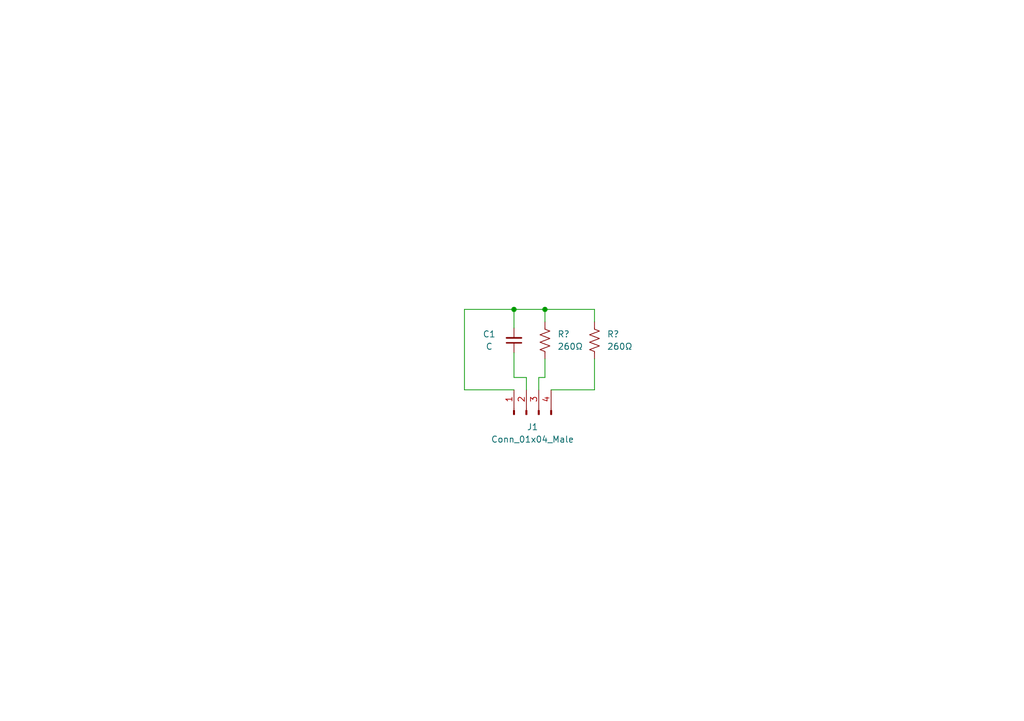
<source format=kicad_sch>
(kicad_sch (version 20211123) (generator eeschema)
  (paper "A5")
  (lib_symbols
    (symbol "Connector:Conn_01x04_Male" (pin_names (offset 1.016) hide)
      (property "Reference" "J" (at 0 5.08 0))
      (property "Value" "Conn_01x04_Male" (at 0 -7.62 0))
      (symbol "Conn_01x04_Male_1_1"
        (polyline (pts (xy 1.27 -5.08) (xy 0.8636 -5.08)) (stroke (width 0.1524)))
        (polyline (pts (xy 1.27 -2.54) (xy 0.8636 -2.54)) (stroke (width 0.1524)))
        (polyline (pts (xy 1.27 0) (xy 0.8636 0)) (stroke (width 0.1524)))
        (polyline (pts (xy 1.27 2.54) (xy 0.8636 2.54)) (stroke (width 0.1524)))
        (rectangle (start 0.8636 -4.953) (end 0 -5.207) (stroke (width 0.1524)) (fill (type outline)))
        (rectangle (start 0.8636 -2.413) (end 0 -2.667) (stroke (width 0.1524)) (fill (type outline)))
        (rectangle (start 0.8636 0.127) (end 0 -0.127) (stroke (width 0.1524)) (fill (type outline)))
        (rectangle (start 0.8636 2.667) (end 0 2.413) (stroke (width 0.1524)) (fill (type outline)))
        (pin passive line (at 5.08 2.54 180) (length 3.81) (name "Pin_1") (number "1"))
        (pin passive line (at 5.08 0 180) (length 3.81) (name "Pin_2") (number "2"))
        (pin passive line (at 5.08 -2.54 180) (length 3.81) (name "Pin_3") (number "3"))
        (pin passive line (at 5.08 -5.08 180) (length 3.81) (name "Pin_4") (number "4"))
      )
    )
    (symbol "Device:C_Small" (pin_numbers hide) (pin_names (offset 0.254) hide)
      (property "Reference" "C" (at 0.254 1.778 0))
      (property "Value" "C_Small" (at 0.254 -2.032 0))
      (symbol "C_Small_0_1"
        (polyline (pts (xy -1.524 -0.508) (xy 1.524 -0.508)) (stroke (width 0.3302)))
        (polyline (pts (xy -1.524 0.508) (xy 1.524 0.508)) (stroke (width 0.3048)))
      )
      (symbol "C_Small_1_1"
        (pin passive line (at 0 2.54 270) (length 2.032) (name "~") (number "1"))
        (pin passive line (at 0 -2.54 90) (length 2.032) (name "~") (number "2"))
      )
    )
    (symbol "Device:R_US" (pin_numbers hide) (pin_names (offset 0))
      (property "Reference" "R" (at 2.54 0 90))
      (property "Value" "R_US" (at -2.54 0 90))
      (symbol "R_US_0_1"
        (polyline (pts (xy 0 -2.286) (xy 0 -2.54)))
        (polyline (pts (xy 0 2.286) (xy 0 2.54)))
        (polyline (pts (xy 0 -0.762) (xy 1.016 -1.143) (xy 0 -1.524) (xy -1.016 -1.905) (xy 0 -2.286)))
        (polyline (pts (xy 0 0.762) (xy 1.016 0.381) (xy 0 0) (xy -1.016 -0.381) (xy 0 -0.762)))
        (polyline (pts (xy 0 2.286) (xy 1.016 1.905) (xy 0 1.524) (xy -1.016 1.143) (xy 0 0.762)))
      )
      (symbol "R_US_1_1"
        (pin passive line (at 0 3.81 270) (length 1.27) (name "~") (number "1"))
        (pin passive line (at 0 -3.81 90) (length 1.27) (name "~") (number "2"))
      )
    )
  )
  (junction (at 111.76 63.5))
  (junction (at 105.41 63.5))
  (wire (pts (xy 105.41 80.01) (xy 95.25 80.01)))
  (wire (pts (xy 105.41 63.5) (xy 111.76 63.5)))
  (wire (pts (xy 95.25 80.01) (xy 95.25 63.5)))
  (wire (pts (xy 95.25 63.5) (xy 105.41 63.5)))
  (wire (pts (xy 111.76 73.66) (xy 111.76 77.47)))
  (wire (pts (xy 121.92 63.5) (xy 121.92 66.04)))
  (wire (pts (xy 110.49 77.47) (xy 110.49 80.01)))
  (wire (pts (xy 105.41 63.5) (xy 105.41 67.31)))
  (wire (pts (xy 111.76 63.5) (xy 121.92 63.5)))
  (wire (pts (xy 107.95 77.47) (xy 105.41 77.47)))
  (wire (pts (xy 121.92 80.01) (xy 113.03 80.01)))
  (wire (pts (xy 111.76 63.5) (xy 111.76 66.04)))
  (wire (pts (xy 105.41 77.47) (xy 105.41 72.39)))
  (wire (pts (xy 107.95 80.01) (xy 107.95 77.47)))
  (wire (pts (xy 111.76 77.47) (xy 110.49 77.47)))
  (wire (pts (xy 121.92 73.66) (xy 121.92 80.01)))
  (symbol (lib_id "Device:R_US") (at 121.92 69.85 0) (unit 1)
    (property "Reference" "R?" (at 124.46 68.5799 0) (effects (justify left)))
    (property "Value" "260Ω" (at 124.46 71.1199 0) (effects (justify left)))
  )
  (symbol (lib_id "Connector:Conn_01x04_Male") (at 107.95 85.09 90) (unit 1)
    (property "Reference" "J1" (at 109.22 87.63 90))
    (property "Value" "Conn_01x04_Male" (at 109.22 90.17 90))
  )
  (symbol (lib_id "Device:C_Small") (at 105.41 69.85 180) (unit 1)
    (property "Reference" "C1" (at 100.33 68.58 0))
    (property "Value" "C" (at 100.33 71.12 0))
  )
  (symbol (lib_id "Device:R_US") (at 111.76 69.85 0) (unit 1)
    (property "Reference" "R?" (at 114.3 68.5799 0) (effects (justify left)))
    (property "Value" "260Ω" (at 114.3 71.1199 0) (effects (justify left)))
  )
)
</source>
